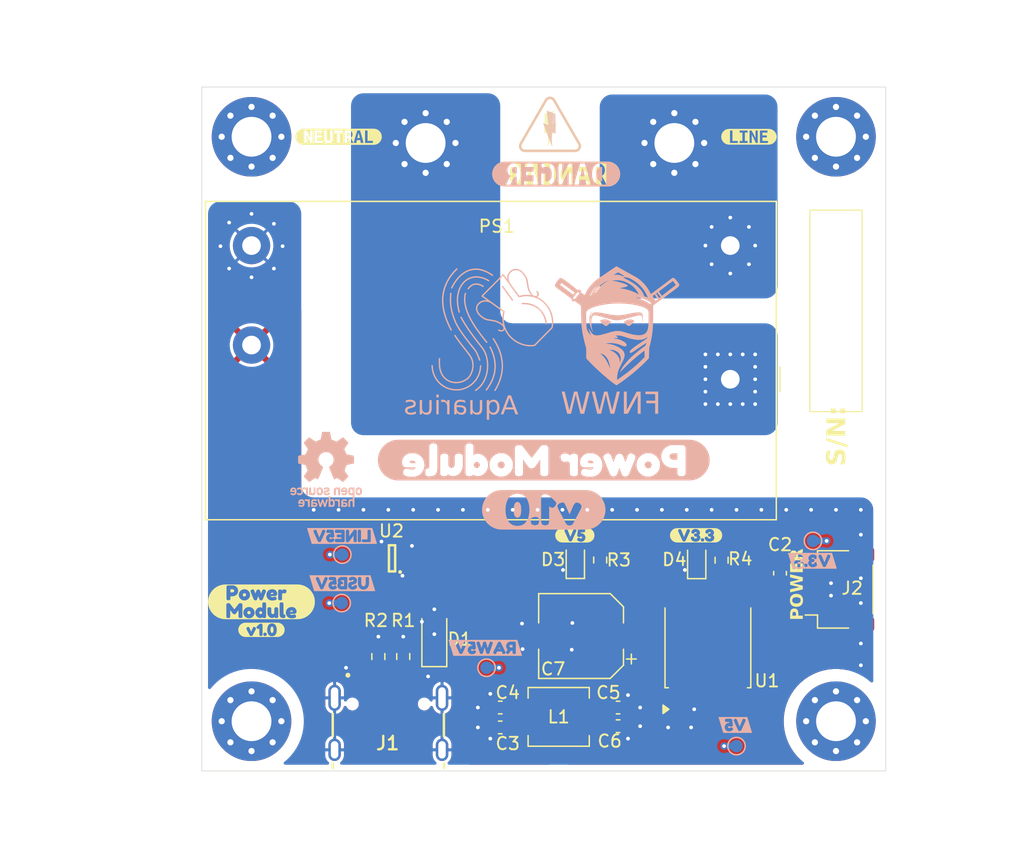
<source format=kicad_pcb>
(kicad_pcb (version 20241229) (generator "pcbnew") (generator_version "9.0")
  (layers (0 "F.Cu" signal) (4 "In1.Cu" signal) (6 "In2.Cu" signal) (2 "B.Cu" signal) (13 "F.Paste" user) (15 "B.Paste" user) (5 "F.SilkS" user "F.Silkscreen") (7 "B.SilkS" user "B.Silkscreen") (1 "F.Mask" user) (3 "B.Mask" user) (25 "Edge.Cuts" user))
  (net 0 "")
  (net 1 "+3.3V")
  (net 2 "GND")
  (net 3 "+5V")
  (net 4 "RAW_5V")
  (net 5 "/CC1")
  (net 6 "/CC2")
  (net 7 "/AC_N")
  (net 8 "/AC_L")
  (net 9 "/V5LED")
  (net 10 "/V3.3LED")
  (net 11 "USB_5V")
  (net 12 "LINE_5V")
  (footprint "kibuzzard-67F465A8" (layer "F.Cu") (at 94 114)
    (property "Reference" "kibuzzard-67F465A8" (hide yes))
    (property "Value" "G***" (hide yes))
  )
  (footprint "kibuzzard-67F86A7A" (layer "F.Cu") (at 80 146.05)
    (property "Reference" "kibuzzard-67F86A7A" (hide yes))
    (property "Value" "G***" (hide yes))
  )
  (footprint "Connector_JST:JST_SH_SM04B-SRSS-TB_1x04-1MP_P1.00mm_Horizontal" (layer "F.Cu") (at 101.3 150.4 90)
    (property "Reference" "J2" (at 0.1 1 180) (layer "F.SilkS"))
    (property "Value" "Power")
    (pad "1" smd roundrect (at -1.5 -2 90) (size 0.6 1.55) (layers "F.Cu" "F.Mask" "F.Paste") (net 3 "+5V"))
    (pad "2" smd roundrect (at -0.5 -2 90) (size 0.6 1.55) (layers "F.Cu" "F.Mask" "F.Paste") (net 2 "GND"))
    (pad "3" smd roundrect (at 0.5 -2 90) (size 0.6 1.55) (layers "F.Cu" "F.Mask" "F.Paste") (net 2 "GND"))
    (pad "4" smd roundrect (at 1.5 -2 90) (size 0.6 1.55) (layers "F.Cu" "F.Mask" "F.Paste") (net 1 "+3.3V"))
    (pad "MP" smd roundrect (at -2.8 1.875 90) (size 1.2 1.8) (layers "F.Cu" "F.Mask" "F.Paste") (roundrect_rratio 0.208333))
    (pad "MP" smd roundrect (at 2.8 1.875 90) (size 1.2 1.8) (layers "F.Cu" "F.Mask" "F.Paste") (roundrect_rratio 0.208333))
  )
  (footprint "CRGM Mechanical:MountingHole_3.2mm_M3_Pad_Via" (layer "F.Cu") (at 54 114)
    (property "Reference" "H6" (hide yes))
    (property "Value" "MountingHole" (hide yes))
    (pad "1" thru_hole circle (at -2.4 0) (size 0.8 0.8) (drill 0.5) (layers "*.Cu" "*.Mask"))
    (pad "1" thru_hole circle (at -1.697056 -1.697056) (size 0.8 0.8) (drill 0.5) (layers "*.Cu" "*.Mask"))
    (pad "1" thru_hole circle (at -1.697056 1.697056) (size 0.8 0.8) (drill 0.5) (layers "*.Cu" "*.Mask"))
    (pad "1" thru_hole circle (at 0 -2.4) (size 0.8 0.8) (drill 0.5) (layers "*.Cu" "*.Mask"))
    (pad "1" thru_hole circle (at 0 0) (size 6.4 6.4) (drill 3.2) (layers "*.Cu" "*.Mask"))
    (pad "1" thru_hole circle (at 0 2.4) (size 0.8 0.8) (drill 0.5) (layers "*.Cu" "*.Mask"))
    (pad "1" thru_hole circle (at 1.697056 -1.697056) (size 0.8 0.8) (drill 0.5) (layers "*.Cu" "*.Mask"))
    (pad "1" thru_hole circle (at 1.697056 1.697056) (size 0.8 0.8) (drill 0.5) (layers "*.Cu" "*.Mask"))
    (pad "1" thru_hole circle (at 2.4 0) (size 0.8 0.8) (drill 0.5) (layers "*.Cu" "*.Mask"))
  )
  (footprint "kibuzzard-67E32962" (layer "F.Cu") (at 54.8 151.4)
    (property "Reference" "kibuzzard-67E32962" (hide yes))
    (property "Value" "G***" (hide yes))
  )
  (footprint "CRGM Symbols:HIGH-VOLTAGE-5MM" (layer "F.Cu") (at 78 113)
    (property "Reference" "S2" (hide yes))
    (property "Value" "~" (hide yes))
  )
  (footprint "CRGM Mechanical:MountingHole_3.2mm_M3_Pad_Via" (layer "F.Cu") (at 68 114.5)
    (property "Reference" "H2" (hide yes))
    (property "Value" "MountingHole_Pad" (hide yes))
    (pad "1" thru_hole circle (at -2.4 0) (size 0.8 0.8) (drill 0.5) (layers "*.Cu" "*.Mask") (net 7 "/AC_N"))
    (pad "1" thru_hole circle (at -1.697056 -1.697056) (size 0.8 0.8) (drill 0.5) (layers "*.Cu" "*.Mask") (net 7 "/AC_N"))
    (pad "1" thru_hole circle (at -1.697056 1.697056) (size 0.8 0.8) (drill 0.5) (layers "*.Cu" "*.Mask") (net 7 "/AC_N"))
    (pad "1" thru_hole circle (at 0 -2.4) (size 0.8 0.8) (drill 0.5) (layers "*.Cu" "*.Mask") (net 7 "/AC_N"))
    (pad "1" thru_hole circle (at 0 0) (size 6.4 6.4) (drill 3.2) (layers "*.Cu" "*.Mask") (net 7 "/AC_N"))
    (pad "1" thru_hole circle (at 0 2.4) (size 0.8 0.8) (drill 0.5) (layers "*.Cu" "*.Mask") (net 7 "/AC_N"))
    (pad "1" thru_hole circle (at 1.697056 -1.697056) (size 0.8 0.8) (drill 0.5) (layers "*.Cu" "*.Mask") (net 7 "/AC_N"))
    (pad "1" thru_hole circle (at 1.697056 1.697056) (size 0.8 0.8) (drill 0.5) (layers "*.Cu" "*.Mask") (net 7 "/AC_N"))
    (pad "1" thru_hole circle (at 2.4 0) (size 0.8 0.8) (drill 0.5) (layers "*.Cu" "*.Mask") (net 7 "/AC_N"))
  )
  (footprint "Resistor_SMD:R_0603_1608Metric" (layer "F.Cu") (at 82.0375 148.0375 90)
    (property "Reference" "R3" (at 0 1.5 180) (layer "F.SilkS"))
    (property "Value" "4.7k")
    (pad "1" smd roundrect (at -0.825 0 90) (size 0.8 0.95) (layers "F.Cu" "F.Mask" "F.Paste") (net 3 "+5V"))
    (pad "2" smd roundrect (at 0.825 0 90) (size 0.8 0.95) (layers "F.Cu" "F.Mask" "F.Paste") (net 9 "/V5LED"))
  )
  (footprint "Capacitor_SMD:C_0603_1608Metric" (layer "F.Cu") (at 83.475 159.9)
    (property "Reference" "C5" (at -0.775 -1.2 0) (layer "F.SilkS"))
    (property "Value" "10uF")
    (pad "1" smd roundrect (at -0.775 0) (size 0.9 0.95) (layers "F.Cu" "F.Mask" "F.Paste") (net 3 "+5V"))
    (pad "2" smd roundrect (at 0.775 0) (size 0.9 0.95) (layers "F.Cu" "F.Mask" "F.Paste") (net 2 "GND"))
  )
  (footprint "Capacitor_SMD:C_0603_1608Metric" (layer "F.Cu") (at 96.5 149.1 -90)
    (property "Reference" "C2" (at -2.3 0 180) (layer "F.SilkS"))
    (property "Value" "22uF")
    (pad "1" smd roundrect (at -0.775 0 270) (size 0.9 0.95) (layers "F.Cu" "F.Mask" "F.Paste") (net 1 "+3.3V"))
    (pad "2" smd roundrect (at 0.775 0 270) (size 0.9 0.95) (layers "F.Cu" "F.Mask" "F.Paste") (net 2 "GND"))
  )
  (footprint "LED_SMD:LED_0603_1608Metric" (layer "F.Cu") (at 80.0375 148.0375 90)
    (property "Reference" "D3" (at 0.0375 -1.7875 180) (layer "F.SilkS"))
    (property "Value" "Green")
    (pad "1" smd roundrect (at -0.7875 0 90) (size 0.875 0.95) (layers "F.Cu" "F.Mask" "F.Paste") (net 2 "GND"))
    (pad "2" smd roundrect (at 0.7875 0 90) (size 0.875 0.95) (layers "F.Cu" "F.Mask" "F.Paste") (net 9 "/V5LED"))
  )
  (footprint "LED_SMD:LED_0603_1608Metric" (layer "F.Cu") (at 89.8 148.05 90)
    (property "Reference" "D4" (at 0.05 -1.8 180) (layer "F.SilkS"))
    (property "Value" "Green")
    (pad "1" smd roundrect (at -0.7875 0 90) (size 0.875 0.95) (layers "F.Cu" "F.Mask" "F.Paste") (net 2 "GND"))
    (pad "2" smd roundrect (at 0.7875 0 90) (size 0.875 0.95) (layers "F.Cu" "F.Mask" "F.Paste") (net 10 "/V3.3LED"))
  )
  (footprint "Converter_ACDC:Converter_ACDC_MeanWell_IRM-10-xx_THT" (layer "F.Cu") (at 92.5 133.5 180)
    (property "Reference" "PS1" (at 18.775 12.3 0) (layer "F.SilkS"))
    (property "Value" "IRM-10-5")
    (pad "1" thru_hole rect (at 0 0 180) (size 3 3) (drill 1.5) (layers "*.Cu" "*.Mask") (net 7 "/AC_N"))
    (pad "2" thru_hole circle (at 0 10.75 180) (size 3 3) (drill 1.5) (layers "*.Cu" "*.Mask") (net 8 "/AC_L"))
    (pad "3" thru_hole circle (at 38.5 10.75 180) (size 3 3) (drill 1.5) (layers "*.Cu" "*.Mask") (net 2 "GND"))
    (pad "4" thru_hole circle (at 38.5 2.75 180) (size 3 3) (drill 1.5) (layers "*.Cu" "*.Mask") (net 12 "LINE_5V"))
  )
  (footprint "Resistor_SMD:R_0603_1608Metric" (layer "F.Cu") (at 66.2 155.8 90)
    (property "Reference" "R1" (at 2.9 0 180) (layer "F.SilkS"))
    (property "Value" "5.1K")
    (pad "1" smd roundrect (at -0.825 0 90) (size 0.8 0.95) (layers "F.Cu" "F.Mask" "F.Paste") (net 6 "/CC2"))
    (pad "2" smd roundrect (at 0.825 0 90) (size 0.8 0.95) (layers "F.Cu" "F.Mask" "F.Paste") (net 2 "GND"))
  )
  (footprint "Resistor_SMD:R_0603_1608Metric" (layer "F.Cu") (at 64.2 155.8 90)
    (property "Reference" "R2" (at 2.9 -0.2 180) (layer "F.SilkS"))
    (property "Value" "5.1K")
    (pad "1" smd roundrect (at -0.825 0 90) (size 0.8 0.95) (layers "F.Cu" "F.Mask" "F.Paste") (net 5 "/CC1"))
    (pad "2" smd roundrect (at 0.825 0 90) (size 0.8 0.95) (layers "F.Cu" "F.Mask" "F.Paste") (net 2 "GND"))
  )
  (footprint "kibuzzard-67E31E9F" (layer "F.Cu") (at 54.8 153.65)
    (property "Reference" "kibuzzard-67E31E9F" (hide yes))
    (property "Value" "G***" (hide yes))
  )
  (footprint "kibuzzard-67F86A71" (layer "F.Cu") (at 89.75 146.05)
    (property "Reference" "kibuzzard-67F86A71" (hide yes))
    (property "Value" "G***" (hide yes))
  )
  (footprint "CRGM Power:SOTFL50P160X60-8N" (layer "F.Cu") (at 65.3 147.9 180)
    (property "Reference" "U2" (at 0.05 2.2 0) (layer "F.SilkS"))
    (property "Value" "LM66200DRLR" (hide yes))
    (pad "1" smd rect (at -0.838 -0.75 270) (size 0.3 0.475) (layers "F.Cu" "F.Mask" "F.Paste") (net 2 "GND"))
    (pad "2" smd rect (at -0.838 -0.25 270) (size 0.3 0.475) (layers "F.Cu" "F.Mask" "F.Paste") (net 4 "RAW_5V"))
    (pad "3" smd rect (at -0.838 0.25 270) (size 0.3 0.475) (layers "F.Cu" "F.Mask" "F.Paste") (net 11 "USB_5V"))
    (pad "4" smd rect (at -0.838 0.75 270) (size 0.3 0.475) (layers "F.Cu" "F.Mask" "F.Paste") (net 2 "GND"))
    (pad "5" smd rect (at 0.838 0.75 270) (size 0.3 0.475) (layers "F.Cu" "F.Mask" "F.Paste") (net 2 "GND"))
    (pad "6" smd rect (at 0.838 0.25 270) (size 0.3 0.475) (layers "F.Cu" "F.Mask" "F.Paste") (net 12 "LINE_5V"))
    (pad "7" smd rect (at 0.838 -0.25 270) (size 0.3 0.475) (layers "F.Cu" "F.Mask" "F.Paste") (net 4 "RAW_5V"))
    (pad "8" smd rect (at 0.838 -0.75 270) (size 0.3 0.475) (layers "F.Cu" "F.Mask" "F.Paste"))
  )
  (footprint "kibuzzard-67E1D06C" (layer "F.Cu") (at 78.5 117)
    (property "Reference" "kibuzzard-67E1D06C" (hide yes))
    (property "Value" "G***" (hide yes))
  )
  (footprint "CRGM Mechanical:MountingHole_3.2mm_M3_Pad_Via" (layer "F.Cu") (at 54 161)
    (property "Reference" "H3" (hide yes))
    (property "Value" "MountingHole" (hide yes))
    (pad "1" thru_hole circle (at -2.4 0) (size 0.8 0.8) (drill 0.5) (layers "*.Cu" "*.Mask"))
    (pad "1" thru_hole circle (at -1.697056 -1.697056) (size 0.8 0.8) (drill 0.5) (layers "*.Cu" "*.Mask"))
    (pad "1" thru_hole circle (at -1.697056 1.697056) (size 0.8 0.8) (drill 0.5) (layers "*.Cu" "*.Mask"))
    (pad "1" thru_hole circle (at 0 -2.4) (size 0.8 0.8) (drill 0.5) (layers "*.Cu" "*.Mask"))
    (pad "1" thru_hole circle (at 0 0) (size 6.4 6.4) (drill 3.2) (layers "*.Cu" "*.Mask"))
    (pad "1" thru_hole circle (at 0 2.4) (size 0.8 0.8) (drill 0.5) (layers "*.Cu" "*.Mask"))
    (pad "1" thru_hole circle (at 1.697056 -1.697056) (size 0.8 0.8) (drill 0.5) (layers "*.Cu" "*.Mask"))
    (pad "1" thru_hole circle (at 1.697056 1.697056) (size 0.8 0.8) (drill 0.5) (layers "*.Cu" "*.Mask"))
    (pad "1" thru_hole circle (at 2.4 0) (size 0.8 0.8) (drill 0.5) (layers "*.Cu" "*.Mask"))
  )
  (footprint "Capacitor_SMD:CP_Elec_6.3x7.7" (layer "F.Cu") (at 80.5 154.15 180)
    (property "Reference" "C7" (at 2.25 -2.65 0) (layer "F.SilkS"))
    (property "Value" "100uF")
    (pad "1" smd roundrect (at -2.7 0 180) (size 3.5 1.6) (layers "F.Cu" "F.Mask" "F.Paste") (roundrect_rratio 0.15625) (net 3 "+5V"))
    (pad "2" smd roundrect (at 2.7 0 180) (size 3.5 1.6) (layers "F.Cu" "F.Mask" "F.Paste") (roundrect_rratio 0.15625) (net 2 "GND"))
  )
  (footprint "kibuzzard-68084394" (layer "F.Cu") (at 61 114)
    (property "Reference" "kibuzzard-68084394" (hide yes))
    (property "Value" "G***" (hide yes))
  )
  (footprint "Diode_SMD:D_SOD-123F" (layer "F.Cu") (at 68.7 154.4 90)
    (property "Reference" "D1" (at 0 2.05 180) (layer "F.SilkS"))
    (property "Value" "SMF6V5A")
    (pad "1" smd roundrect (at -1.4 0 90) (size 1.1 1.1) (layers "F.Cu" "F.Mask" "F.Paste") (roundrect_rratio 0.2272727273) (net 11 "USB_5V"))
    (pad "2" smd roundrect (at 1.4 0 90) (size 1.1 1.1) (layers "F.Cu" "F.Mask" "F.Paste") (roundrect_rratio 0.2272727273) (net 2 "GND"))
  )
  (footprint "Capacitor_SMD:C_0603_1608Metric" (layer "F.Cu") (at 83.475 161.4)
    (property "Reference" "C6" (at -0.675 1.2 0) (layer "F.SilkS"))
    (property "Value" "10uF")
    (pad "1" smd roundrect (at -0.775 0) (size 0.9 0.95) (layers "F.Cu" "F.Mask" "F.Paste") (net 3 "+5V"))
    (pad "2" smd roundrect (at 0.775 0) (size 0.9 0.95) (layers "F.Cu" "F.Mask" "F.Paste") (net 2 "GND"))
  )
  (footprint "CRGM Mechanical:MountingHole_3.2mm_M3_Pad_Via" (layer "F.Cu") (at 101 114)
    (property "Reference" "H5" (hide yes))
    (property "Value" "MountingHole" (hide yes))
    (pad "1" thru_hole circle (at -2.4 0) (size 0.8 0.8) (drill 0.5) (layers "*.Cu" "*.Mask"))
    (pad "1" thru_hole circle (at -1.697056 -1.697056) (size 0.8 0.8) (drill 0.5) (layers "*.Cu" "*.Mask"))
    (pad "1" thru_hole circle (at -1.697056 1.697056) (size 0.8 0.8) (drill 0.5) (layers "*.Cu" "*.Mask"))
    (pad "1" thru_hole circle (at 0 -2.4) (size 0.8 0.8) (drill 0.5) (layers "*.Cu" "*.Mask"))
    (pad "1" thru_hole circle (at 0 0) (size 6.4 6.4) (drill 3.2) (layers "*.Cu" "*.Mask"))
    (pad "1" thru_hole circle (at 0 2.4) (size 0.8 0.8) (drill 0.5) (layers "*.Cu" "*.Mask"))
    (pad "1" thru_hole circle (at 1.697056 -1.697056) (size 0.8 0.8) (drill 0.5) (layers "*.Cu" "*.Mask"))
    (pad "1" thru_hole circle (at 1.697056 1.697056) (size 0.8 0.8) (drill 0.5) (layers "*.Cu" "*.Mask"))
    (pad "1" thru_hole circle (at 2.4 0) (size 0.8 0.8) (drill 0.5) (layers "*.Cu" "*.Mask"))
  )
  (footprint "Capacitor_SMD:C_0603_1608Metric" (layer "F.Cu") (at 74 159.9 180)
    (property "Reference" "C4" (at -0.6 1.2 180) (layer "F.SilkS"))
    (property "Value" "10uF")
    (pad "1" smd roundrect (at -0.775 0 180) (size 0.9 0.95) (layers "F.Cu" "F.Mask" "F.Paste") (net 4 "RAW_5V"))
    (pad "2" smd roundrect (at 0.775 0 180) (size 0.9 0.95) (layers "F.Cu" "F.Mask" "F.Paste") (net 2 "GND"))
  )
  (footprint "Resistor_SMD:R_0603_1608Metric" (layer "F.Cu") (at 91.8 148.05 90)
    (property "Reference" "R4" (at 0.1 1.5 180) (layer "F.SilkS"))
    (property "Value" "1k")
    (pad "1" smd roundrect (at -0.825 0 90) (size 0.8 0.95) (layers "F.Cu" "F.Mask" "F.Paste") (net 1 "+3.3V"))
    (pad "2" smd roundrect (at 0.825 0 90) (size 0.8 0.95) (layers "F.Cu" "F.Mask" "F.Paste") (net 10 "/V3.3LED"))
  )
  (footprint "Package_TO_SOT_SMD:TO-252-2" (layer "F.Cu") (at 90.7 155 90)
    (property "Reference" "U1" (at -2.75 4.75 180) (layer "F.SilkS"))
    (property "Value" "AZ1084-3.3")
    (pad "1" smd roundrect (at -5.04 -2.28 90) (size 2.2 1.2) (layers "F.Cu" "F.Mask" "F.Paste") (roundrect_rratio 0.208333) (net 2 "GND"))
    (pad "2" smd roundrect (at -0.415 -1.525 90) (size 3.05 2.75) (layers "F.Cu" "F.Paste") (roundrect_rratio 0.090909) (net 1 "+3.3V"))
    (pad "2" smd roundrect (at -0.415 1.525 90) (size 3.05 2.75) (layers "F.Cu" "F.Paste") (roundrect_rratio 0.090909) (net 1 "+3.3V"))
    (pad "2" smd roundrect (at 1.26 0 90) (size 6.4 5.8) (layers "F.Cu" "F.Mask") (roundrect_rratio 0.043103) (net 1 "+3.3V"))
    (pad "2" smd roundrect (at 2.935 -1.525 90) (size 3.05 2.75) (layers "F.Cu" "F.Paste") (roundrect_rratio 0.090909) (net 1 "+3.3V"))
    (pad "2" smd roundrect (at 2.935 1.525 90) (size 3.05 2.75) (layers "F.Cu" "F.Paste") (roundrect_rratio 0.090909) (net 1 "+3.3V"))
    (pad "3" smd roundrect (at -5.04 2.28 90) (size 2.2 1.2) (layers "F.Cu" "F.Mask" "F.Paste") (roundrect_rratio 0.208333) (net 3 "+5V"))
  )
  (footprint "Capacitor_SMD:C_0603_1608Metric" (layer "F.Cu") (at 74 161.5 180)
    (property "Reference" "C3" (at -0.6 -1.3 180) (layer "F.SilkS"))
    (property "Value" "10uF")
    (pad "1" smd roundrect (at -0.775 0 180) (size 0.9 0.95) (layers "F.Cu" "F.Mask" "F.Paste") (net 4 "RAW_5V"))
    (pad "2" smd roundrect (at 0.775 0 180) (size 0.9 0.95) (layers "F.Cu" "F.Mask" "F.Paste") (net 2 "GND"))
  )
  (footprint "Inductor_SMD:L_Sunlord_MWSA0402S" (layer "F.Cu") (at 78.7 160.65)
    (property "Reference" "L1" (at 0 0 180) (layer "F.SilkS"))
    (property "Value" "2.2u")
    (pad "1" smd roundrect (at -1.85 0) (size 1.5 2.5) (layers "F.Cu" "F.Mask" "F.Paste") (roundrect_rratio 0.166667) (net 4 "RAW_5V"))
    (pad "2" smd roundrect (at 1.85 0) (size 1.5 2.5) (layers "F.Cu" "F.Mask" "F.Paste") (roundrect_rratio 0.166667) (net 3 "+5V"))
  )
  (footprint "CRGM Connector:GCT_USB4105-GF-A" (layer "F.Cu") (at 65 163.3)
    (property "Reference" "J1" (at -1.1 0.1 0) (layer "F.SilkS") (effects (font (size 1.0795 1.0795) (thickness 0.1905)) (justify left bottom)))
    (property "Value" "USB_C_PowerOnly_6P")
    (pad "" np_thru_hole circle (at -2.89 -3.68) (size 0.65 0.65) (drill 0.65) (layers "*.Cu" "*.Mask"))
    (pad "" np_thru_hole circle (at 2.89 -3.68) (size 0.65 0.65) (drill 0.65) (layers "*.Cu" "*.Mask"))
    (pad "A1_B12" smd rect (at -3.2 -4.755) (size 0.55 1.1) (layers "F.Cu" "F.Paste") (net 2 "GND"))
    (pad "A4_B9" smd rect (at -2.4 -4.755) (size 0.6 1.15) (layers "F.Cu" "F.Paste") (net 11 "USB_5V"))
    (pad "A5" smd rect (at -1.25 -4.755) (size 0.3 1.15) (layers "F.Cu" "F.Paste") (net 5 "/CC1"))
    (pad "A6" smd rect (at -0.25 -4.755) (size 0.3 1.15) (layers "F.Cu" "F.Paste"))
    (pad "A7" smd rect (at 0.25 -4.755) (size 0.3 1.15) (layers "F.Cu" "F.Paste"))
    (pad "A8" smd rect (at 1.25 -4.755) (size 0.3 1.15) (layers "F.Cu" "F.Paste"))
    (pad "B1_A12" smd rect (at 3.2 -4.755) (size 0.55 1.1) (layers "F.Cu" "F.Paste") (net 2 "GND"))
    (pad "B4_A9" smd rect (at 2.4 -4.755) (size 0.6 1.15) (layers "F.Cu" "F.Paste") (net 11 "USB_5V"))
    (pad "B5" smd rect (at 1.75 -4.755) (size 0.3 1.15) (layers "F.Cu" "F.Paste") (net 6 "/CC2"))
    (pad "B6" smd rect (at 0.75 -4.755) (size 0.3 1.15) (layers "F.Cu" "F.Paste"))
    (pad "B7" smd rect (at -0.75 -4.755) (size 0.3 1.15) (layers "F.Cu" "F.Paste"))
    (pad "B8" smd rect (at -1.75 -4.755) (size 0.3 1.15) (layers "F.Cu" "F.Paste"))
    (pad "S1" thru_hole oval (at -4.32 -4.18) (size 1 2.1) (drill oval 0.6 1.7) (property pad_prop_heatsink) (layers "*.Cu" "*.Mask" "F.Paste") (net 2 "GND"))
    (pad "S1" thru_hole oval (at -4.32 0) (size 1 1.8) (drill oval 0.6 1.4) (property pad_prop_heatsink) (layers "*.Cu" "*.Mask" "F.Paste") (net 2 "GND"))
    (pad "S1" thru_hole oval (at 4.32 -4.18) (size 1 2.1) (drill oval 0.6 1.7) (property pad_prop_heatsink) (layers "*.Cu" "*.Mask" "F.Paste") (net 2 "GND"))
    (pad "S1" thru_hole oval (at 4.32 0) (size 1 1.8) (drill oval 0.6 1.4) (property pad_prop_heatsink) (layers "*.Cu" "*.Mask" "F.Paste") (net 2 "GND"))
  )
  (footprint "CRGM Mechanical:MountingHole_3.2mm_M3_Pad_Via" (layer "F.Cu") (at 101 161)
    (property "Reference" "H4" (hide yes))
    (property "Value" "MountingHole" (hide yes))
    (pad "1" thru_hole circle (at -2.4 0) (size 0.8 0.8) (drill 0.5) (layers "*.Cu" "*.Mask"))
    (pad "1" thru_hole circle (at -1.697056 -1.697056) (size 0.8 0.8) (drill 0.5) (layers "*.Cu" "*.Mask"))
    (pad "1" thru_hole circle (at -1.697056 1.697056) (size 0.8 0.8) (drill 0.5) (layers "*.Cu" "*.Mask"))
    (pad "1" thru_hole circle (at 0 -2.4) (size 0.8 0.8) (drill 0.5) (layers "*.Cu" "*.Mask"))
    (pad "1" thru_hole circle (at 0 0) (size 6.4 6.4) (drill 3.2) (layers "*.Cu" "*.Mask"))
    (pad "1" thru_hole circle (at 0 2.4) (size 0.8 0.8) (drill 0.5) (layers "*.Cu" "*.Mask"))
    (pad "1" thru_hole circle (at 1.697056 -1.697056) (size 0.8 0.8) (drill 0.5) (layers "*.Cu" "*.Mask"))
    (pad "1" thru_hole circle (at 1.697056 1.697056) (size 0.8 0.8) (drill 0.5) (layers "*.Cu" "*.Mask"))
    (pad "1" thru_hole circle (at 2.4 0) (size 0.8 0.8) (drill 0.5) (layers "*.Cu" "*.Mask"))
  )
  (footprint "CRGM Mechanical:MountingHole_3.2mm_M3_Pad_Via" (layer "F.Cu") (at 88 114.5)
    (property "Reference" "H1" (hide yes))
    (property "Value" "MountingHole_Pad" (hide yes))
    (pad "1" thru_hole circle (at -2.4 0) (size 0.8 0.8) (drill 0.5) (layers "*.Cu" "*.Mask") (net 8 "/AC_L"))
    (pad "1" thru_hole circle (at -1.697056 -1.697056) (size 0.8 0.8) (drill 0.5) (layers "*.Cu" "*.Mask") (net 8 "/AC_L"))
    (pad "1" thru_hole circle (at -1.697056 1.697056) (size 0.8 0.8) (drill 0.5) (layers "*.Cu" "*.Mask") (net 8 "/AC_L"))
    (pad "1" thru_hole circle (at 0 -2.4) (size 0.8 0.8) (drill 0.5) (layers "*.Cu" "*.Mask") (net 8 "/AC_L"))
    (pad "1" thru_hole circle (at 0 0) (size 6.4 6.4) (drill 3.2) (layers "*.Cu" "*.Mask") (net 8 "/AC_L"))
    (pad "1" thru_hole circle (at 0 2.4) (size 0.8 0.8) (drill 0.5) (layers "*.Cu" "*.Mask") (net 8 "/AC_L"))
    (pad "1" thru_hole circle (at 1.697056 -1.697056) (size 0.8 0.8) (drill 0.5) (layers "*.Cu" "*.Mask") (net 8 "/AC_L"))
    (pad "1" thru_hole circle (at 1.697056 1.697056) (size 0.8 0.8) (drill 0.5) (layers "*.Cu" "*.Mask") (net 8 "/AC_L"))
    (pad "1" thru_hole circle (at 2.4 0) (size 0.8 0.8) (drill 0.5) (layers "*.Cu" "*.Mask") (net 8 "/AC_L"))
  )
  (footprint "CRGM Symbols:HIGH-VOLTAGE-5MM" (layer "B.Cu") (at 78 113 180)
    (property "Reference" "S1" (hide yes))
    (property "Value" "~" (hide yes))
  )
  (footprint "TestPoint:TestPoint_Pad_D1.0mm" (layer "B.Cu") (at 93 163 180)
    (property "Reference" "TP1" (hide yes))
    (property "Value" "V5")
    (pad "1" smd circle (at 0 0 180) (size 1 1) (layers "B.Cu" "B.Mask") (net 3 "+5V"))
  )
  (footprint "TestPoint:TestPoint_Pad_D1.0mm" (layer "B.Cu") (at 61.3 147.6 180)
    (property "Reference" "TP4" (hide yes))
    (property "Value" "LINE_5V")
    (pad "1" smd circle (at 0 0 180) (size 1 1) (layers "B.Cu" "B.Mask") (net 12 "LINE_5V"))
  )
  (footprint "kibuzzard-68104292" (layer "B.Cu") (at 92.9 161.3 180)
    (property "Reference" "kibuzzard-68104292" (hide yes))
    (property "Value" "G***" (hide yes))
  )
  (footprint "kibuzzard-68104254" (layer "B.Cu") (at 61.3 149.9 180)
    (property "Reference" "kibuzzard-68104254" (hide yes))
    (property "Value" "G***" (hide yes))
  )
  (footprint "kibuzzard-6810427B" (layer "B.Cu") (at 99.1 148.1 180)
    (property "Reference" "kibuzzard-6810427B" (hide yes))
    (property "Value" "G***" (hide yes))
  )
  (footprint "CRGM Logos:Aquarius Logo 10mm" (layer "B.Cu") (at 73.009237 134.678321 180)
    (property "Reference" "LOGO3" (hide yes))
    (property "Value" "~" (hide yes))
  )
  (footprint "kibuzzard-67F873C9" (layer "B.Cu") (at 77.5 140 180)
    (property "Reference" "kibuzzard-67F873C9" (hide yes))
    (property "Value" "G***" (hide yes))
  )
  (footprint "kibuzzard-6810421E" (layer "B.Cu") (at 61.275 146.1 180)
    (property "Reference" "kibuzzard-6810421E" (hide yes))
    (property "Value" "G***" (hide yes))
  )
  (footprint "kibuzzard-67F873E4" (layer "B.Cu") (at 77.5 144 180)
    (property "Reference" "kibuzzard-67F873E4" (hide yes))
    (property "Value" "G***" (hide yes))
  )
  (footprint "TestPoint:TestPoint_Pad_D1.0mm" (layer "B.Cu") (at 99.15 146.5 180)
    (property "Reference" "TP3" (hide yes))
    (property "Value" "V33")
    (pad "1" smd circle (at 0 0 180) (size 1 1) (layers "B.Cu" "B.Mask") (net 1 "+3.3V"))
  )
  (footprint "CRGM Logos:FNWW Face 10mm" (layer "B.Cu") (at 83.345777 134.240219 180)
    (property "Reference" "LOGO1" (hide yes))
    (property "Value" "~" (hide yes))
  )
  (footprint "kibuzzard-67E1D06C" (layer "B.Cu") (at 78.5 117 180)
    (property "Reference" "kibuzzard-67E1D06C" (hide yes))
    (property "Value" "G***" (hide yes))
  )
  (footprint "TestPoint:TestPoint_Pad_D1.0mm" (layer "B.Cu") (at 72.9 156.7 180)
    (property "Reference" "TP2" (hide yes))
    (property "Value" "RAW_5V")
    (pad "1" smd circle (at 0 0 180) (size 1 1) (layers "B.Cu" "B.Mask") (net 4 "RAW_5V"))
  )
  (footprint "TestPoint:TestPoint_Pad_D1.0mm" (layer "B.Cu") (at 61.25 151.5 180)
    (property "Reference" "TP5" (hide yes))
    (property "Value" "USB_5V")
    (pad "1" smd circle (at 0 0 180) (size 1 1) (layers "B.Cu" "B.Mask") (net 11 "USB_5V"))
  )
  (footprint "kibuzzard-6810424A" (layer "B.Cu") (at 72.8 155.1 180)
    (property "Reference" "kibuzzard-6810424A" (hide yes))
    (property "Value" "G***" (hide yes))
  )
  (footprint "Symbol:OSHW-Logo_5.7x6mm_SilkScreen" (layer "B.Cu") (at 60 140.75 180)
    (property "Reference" "LOGO2" (hide yes))
    (property "Value" "Logo_Open_Hardware_Small" (hide yes))
  )
  (gr_rect (start 98.9 119.9) (end 103.1 136.1) (stroke (width 0.1)) (fill no) (layer "F.SilkS"))
  (gr_rect (start 50 110) (end 105 165) (stroke (width 0.05)) (fill no) (layer "Edge.Cuts"))
  (gr_text "POWER" (at 98.5 152.9 90) (layer "F.SilkS") (effects (font (size 1 1) (thickness 0.1)) (justify left bottom)))
  (gr_text "S/N:" (at 102 140.5 90) (layer "F.SilkS") (effects (font (size 1.5 1.5) (thickness 0.3) (bold yes)) (justify left bottom)))
  (gr_text "FNWW" (at 82.9 135.55 0) (layer "B.SilkS") (effects (font (size 1.75 1.75) (thickness 0.1)) (justify mirror)))
  (gr_text "Aquarius" (at 70.85 135.7 0) (layer "B.SilkS") (effects (font (size 1.5 1.5) (thickness 0.21875)) (justify mirror)))
  (via (at 100.25 146.5) (size 0.6) (drill 0.3) (layers "F.Cu" "B.Cu") (net 1))
  (segment (start 99.15 146.5) (end 100.25 146.5) (width 0.5) (layer "B.Cu") (net 1))
  (segment (start 73.225 159.9) (end 73.225 158.825) (width 0.5) (layer "F.Cu") (net 2))
  (segment (start 73.225 161.5) (end 73.225 162.375) (width 0.5) (layer "F.Cu") (net 2))
  (segment (start 61.8 158.61) (end 61.8 156.9) (width 0.5) (layer "F.Cu") (net 2))
  (segment (start 88.42 160.04) (end 88.42 160.57) (width 0.5) (layer "F.Cu") (net 2))
  (segment (start 88.42 160.58) (end 87.5 161.5) (width 0.5) (layer "F.Cu") (net 2))
  (segment (start 66.2 154.975) (end 66.2 154.2) (width 0.5) (layer "F.Cu") (net 2))
  (segment (start 84.25 159.9) (end 84.25 161.4) (width 0.5) (layer "F.Cu") (net 2))
  (segment (start 73.225 159.9) (end 73.225 161.5) (width 0.5) (layer "F.Cu") (net 2))
  (segment (start 85.275 159.9) (end 85.25 159.9) (width 0.5) (layer "F.Cu") (net 2))
  (segment (start 96.525 149.9) (end 96.5 149.875) (width 0.5) (layer "F.Cu") (net 2))
  (segment (start 84.25 161.4) (end 85.275 161.4) (width 0.5) (layer "F.Cu") (net 2))
  (segment (start 77.8 154.15) (end 76.75 154.15) (width 0.5) (layer "F.Cu") (net 2))
  (segment (start 73.225 159.9) (end 72.2 159.9) (width 0.5) (layer "F.Cu") (net 2))
  (segment (start 80.025 148.8375) (end 80.0375 148.825) (width 0.5) (layer "F.Cu") (net 2))
  (segment (start 77.8 154.15) (end 78.65 154.15) (width 0.5) (layer "F.Cu") (net 2))
  (segment (start 66.65 147.15) (end 66.9 146.9) (width 0.3) (layer "F.Cu") (net 2))
  (segment (start 73.225 158.825) (end 73.2 158.8) (width 0.5) (layer "F.Cu") (net 2))
  (segment (start 88.85 148.8375) (end 89.8 148.8375) (width 0.5) (layer "F.Cu") (net 2))
  (segment (start 73.225 162.375) (end 73.2 162.4) (width 0.5) (layer "F.Cu") (net 2))
  (segment (start 68.7 153) (end 68.7 154.1) (width 0.5) (layer "F.Cu") (net 2))
  (segment (start 79.05 148.8375) (end 80.025 148.8375) (width 0.5) (layer "F.Cu") (net 2))
  (segment (start 76.85 154.15) (end 75.8 155.2) (width 0.5) (layer "F.Cu") (net 2))
  (segment (start 64.2 154.975) (end 64.2 154.2) (width 0.5) (layer "F.Cu") (net 2))
  (segment (start 76.75 154.15) (end 75.75 153.15) (width 0.5) (layer "F.Cu") (net 2))
  (segment (start 73.225 161.5) (end 72.2 161.5) (width 0.5) (layer "F.Cu") (net 2))
  (segment (start 64.462 147.15) (end 64.462 146.562) (width 0.3) (layer "F.Cu") (net 2))
  (segment (start 99.3 149.9) (end 96.525 149.9) (width 0.5) (layer "F.Cu") (net 2))
  (segment (start 84.25 159.9) (end 85.275 159.9) (width 0.5) (layer "F.Cu") (net 2))
  (segment (start 66.138 147.15) (end 66.65 147.15) (width 0.3) (layer "F.Cu") (net 2))
  (segment (start 89.6 160.04) (end 88.42 160.04) (width 0.5) (layer "F.Cu") (net 2))
  (segment (start 78.75 154.15) (end 79.8 153.1) (width 0.5) (layer "F.Cu") (net 2))
  (segment (start 68.7 153) (end 68.7 152) (width 0.5) (layer "F.Cu") (net 2))
  (segment (start 67.7 153) (end 68.7 153) (width 0.5) (layer "F.Cu") (net 2))
  (segment (start 78.65 154.15) (end 79.75 155.25) (width 0.5) (layer "F.Cu") (net 2))
  (segment (start 85.275 161.4) (end 85.25 161.4) (width 0.5) (layer "F.Cu") (net 2))
  (segment (start 61.8 156.9) (end 61.6 156.7) (width 0.5) (layer "F.Cu") (net 2))
  (segment (start 77.8 154.15) (end 76.85 154.15) (width 0.5) (layer "F.Cu") (net 2))
  (segment (start 99.3 149.9) (end 100.6 149.9) (width 0.5) (layer "F.Cu") (net 2))
  (segment (start 77.8 154.15) (end 78.75 154.15) (width 0.5) (layer "F.Cu") (net 2))
  (segment (start 66.138 149.3) (end 66.138 148.65) (width 0.3) (layer "F.Cu") (net 2))
  (segment (start 64.462 146.562) (end 64.45 146.55) (width 0.5) (layer "F.Cu") (net 2))
  (segment (start 84.25 161.4) (end 84.25 162.375) (width 0.5) (layer "F.Cu") (net 2))
  (segment (start 99.3 150.9) (end 100.6 150.9) (width 0.5) (layer "F.Cu") (net 2))
  (segment (start 68.2 158.61) (end 68.2 157.4) (width 0.5) (layer "F.Cu") (net 2))
  (segment (start 84.25 159.9) (end 84.25 158.925) (width 0.5) (layer "F.Cu") (net 2))
  (segment (start 88.42 160.57) (end 89.35 161.5) (width 0.5) (layer "F.Cu") (net 2))
  (segment (start 88.42 160.04) (end 88.42 160.58) (width 0.5) (layer "F.Cu") (net 2))
  (segment (start 84.25 162.375) (end 84.275 162.4) (width 0.5) (layer "F.Cu") (net 2))
  (via (at 95 144) (size 0.6) (drill 0.3) (layers "F.Cu" "B.Cu") (net 2))
  (via (at 77 144) (size 0.6) (drill 0.3) (layers "F.Cu" "B.Cu") (net 2))
  (via (at 67.7 153) (size 0.6) (drill 0.3) (layers "F.Cu" "B.Cu") (net 2))
  (via (at 99 144) (size 0.6) (drill 0.3) (layers "F.Cu" "B.Cu") (net 2))
  (via (at 68.2 157.4) (size 0.6) (drill 0.3) (layers "F.Cu" "B.Cu") (net 2))
  (via (at 79.75 155.25) (size 0.6) (drill 0.3) (layers "F.Cu" "B.Cu") (net 2))
  (via (at 73 144) (size 0.6) (drill 0.3) (layers "F.Cu" "B.Cu") (net 2))
  (via (at 63 144) (size 0.6) (drill 0.3) (layers "F.Cu" "B.Cu") (net 2))
  (via (at 65 144) (size 0.6) (drill 0.3) (layers "F.Cu" "B.Cu") (net 2))
  (via (at 83 144) (size 0.6) (drill 0.3) (layers "F.Cu" "B.Cu") (net 2))
  (via (at 88.85 148.8375) (size 0.6) (drill 0.3) (layers "F.Cu" "B.Cu") (net 2))
  (via (at 89.35 161.5) (size 0.6) (drill 0.3) (layers "F.Cu" "B.Cu") (net 2))
  (via (at 66.9 146.9) (size 0.6) (drill 0.3) (layers "F.Cu" "B.Cu") (net 2))
  (via (at 72.2 159.9) (size 0.6) (drill 0.3) (layers "F.Cu" "B.Cu") (net 2))
  (via (at 103 149.5) (size 0.6) (drill 0.3) (layers "F.Cu" "B.Cu") (net 2))
  (via (at 84.275 158.9) (size 0.6) (drill 0.3) (layers "F.Cu" "B.Cu") (net 2))
  (via (at 71 144) (size 0.6) (drill 0.3) (layers "F.Cu" "B.Cu") (net 2))
  (via (at 100.6 149.9) (size 0.6) (drill 0.3) (layers "F.Cu" "B.Cu") (net 2))
  (via (at 103 156.5) (size 0.6) (drill 0.3) (layers "F.Cu" "B.Cu") (net 2))
  (via (at 52.2 120.9) (size 0.6) (drill 0.3) (layers "F.Cu" "B.Cu") (net 2))
  (via (at 68.7 154) (size 0.6) (drill 0.3) (layers "F.Cu" "B.Cu") (net 2))
  (via (at 85 144) (size 0.6) (drill 0.3) (layers "F.Cu" "B.Cu") (net 2))
  (via (at 68.7 152) (size 0.6) (drill 0.3) (layers "F.Cu" "B.Cu") (net 2))
  (via (at 67 144) (size 0.6) (drill 0.3) (layers "F.Cu" "B.Cu") (net 2))
  (via (at 79.05 148.8375) (size 0.6) (drill 0.3) (layers "F.Cu" "B.Cu") (net 2))
  (via (at 103 144) (size 0.6) (drill 0.3) (layers "F.Cu" "B.Cu") (net 2))
  (via (at 89 144) (size 0.6) (drill 0.3) (layers "F.Cu" "B.Cu") (net 2))
  (via (at 89.6 160.04) (size 0.6) (drill 0.3) (layers "F.Cu" "B.Cu") (net 2))
  (via (at 84.275 162.4) (size 0.6) (drill 0.3) (layers "F.Cu" "B.Cu") (net 2))
  (via (at 72.2 161.5) (size 0.6) (drill 0.3) (layers "F.Cu" "B.Cu") (net 2))
  (via (at 64.2 154.2) (size 0.6) (drill 0.3) (layers "F.Cu" "B.Cu") (net 2))
  (via (at 100.6 150.9) (size 0.6) (drill 0.3) (layers "F.Cu" "B.Cu") (net 2))
  (via (at 56.5 122.8) (size 0.6) (drill 0.3) (layers "F.Cu" "B.Cu") (net 2))
  (via (at 61.6 156.7) (size 0.6) (drill 0.3) (layers "F.Cu" "B.Cu") (net 2))
  (via (at 61 144) (size 0.6) (drill 0.3) (layers "F.Cu" "B.Cu") (net 2))
  (via (at 79 144) (size 0.6) (drill 0.3) (layers "F.Cu" "B.Cu") (net 2))
  (via (at 81 144) (size 0.6) (drill 0.3) (layers "F.Cu" "B.Cu") (net 2))
  (via (at 93 144) (size 0.6) (drill 0.3) (layers "F.Cu" "B.Cu") (net 2))
  (via (at 101 144) (size 0.6) (drill 0.3) (layers "F.Cu" "B.Cu") (net 2))
  (via (at 85.25 161.4) (size 0.6) (drill 0.3) (layers "F.Cu" "B.Cu") (net 2))
  (via (at 87.5 161.5) (size 0.6) (drill 0.3) (layers "F.Cu" "B.Cu") (net 2))
  (via (at 54 125.3) (size 0.6) (drill 0.3) (layers "F.Cu" "B.Cu") (net 2))
  (via (at 91 144) (size 0.6) (drill 0.3) (layers "F.Cu" "B.Cu") (net 2))
  (via (at 103 151.5) (size 0.6) (drill 0.3) (layers "F.Cu" "B.Cu") (net 2))
  (via (at 85.25 159.9) (size 0.6) (drill 0.3) (layers "F.Cu" "B.Cu") (net 2))
  (via (at 66.138 149.3) (size 0.6) (drill 0.3) (layers "F.Cu" "B.Cu") (net 2))
  (via (at 55.8 124.6) (size 0.6) (drill 0.3) (layers "F.Cu" "B.Cu") (net 2))
  (via (at 66.2 154.2) (size 0.6) (drill 0.3) (layers "F.Cu" "B.Cu") (net 2))
  (via (at 75 144) (size 0.6) (drill 0.3) (layers "F.Cu" "B.Cu") (net 2))
  (via (at 103 154.75) (size 0.6) (drill 0.3) (layers "F.Cu" "B.Cu") (net 2))
  (via (at 75.75 153.15) (size 0.6) (drill 0.3) (layers "F.Cu" "B.Cu") (net 2))
  (via (at 73.2 162.4) (size 0.6) (drill 0.3) (layers "F.Cu" "B.Cu") (net 2))
  (via (at 64.45 146.55) (size 0.6) (drill 0.3) (layers "F.Cu" "B.Cu") (net 2))
  (via (at 87 144) (size 0.6) (drill 0.3) (layers "F.Cu" "B.Cu") (net 2))
  (via (at 55.8 121) (size 0.6) (drill 0.3) (layers "F.Cu" "B.Cu") (net 2))
  (via (at 59 144) (size 0.6) (drill 0.3) (layers "F.Cu" "B.Cu") (net 2))
  (via (at 54 120.2) (size 0.6) (drill 0.3) (layers "F.Cu" "B.Cu") (net 2))
  (via (at 97 144) (size 0.6) (drill 0.3) (layers "F.Cu" "B.Cu") (net 2))
  (via (at 69 144) (size 0.6) (drill 0.3) (layers "F.Cu" "B.Cu") (net 2))
  (via (at 73.2 158.8) (size 0.6) (drill 0.3) (layers "F.Cu" "B.Cu") (net 2))
  (via (at 51.5 122.8) (size 0.6) (drill 0.3) (layers "F.Cu" "B.Cu") (net 2))
  (via (at 103 146) (size 0.6) (drill 0.3) (layers "F.Cu" "B.Cu") (net 2))
  (via (at 52.2 124.6) (size 0.6) (drill 0.3) (layers "F.Cu" "B.Cu") (net 2))
  (via (at 79.8 153.1) (size 0.6) (drill 0.3) (layers "F.Cu" "B.Cu") (net 2))
  (via (at 75.8 155.2) (size 0.6) (drill 0.3) (layers "F.Cu" "B.Cu") (net 2))
  (via (at 92 163) (size 0.6) (drill 0.3) (layers "F.Cu" "B.Cu") (net 3))
  (segment (start 93 163) (end 92 163) (width 0.5) (layer "B.Cu") (net 3))
  (via (at 73.9 156.7) (size 0.6) (drill 0.3) (layers "F.Cu" "B.Cu") (net 4))
  (segment (start 72.9 156.7) (end 73.9 156.7) (width 0.5) (layer "B.Cu") (net 4))
  (segment (start 63.75 158.545) (end 63.75 157.55) (width 0.1524) (layer "F.Cu") (net 5))
  (segment (start 63.75 157.55) (end 64.2 157.1) (width 0.1524) (layer "F.Cu") (net 5))
  (segment (start 64.2 157.1) (end 64.2 156.625) (width 0.1524) (layer "F.Cu") (net 5))
  (segment (start 66.2 157.1) (end 66.2 156.625) (width 0.1524) (layer "F.Cu") (net 6))
  (segment (start 66.75 158.545) (end 66.75 157.65) (width 0.1524) (layer "F.Cu") (net 6))
  (segment (start 66.75 157.65) (end 66.2 157.1) (width 0.1524) (layer "F.Cu") (net 6))
  (via (at 90.5 131.5) (size 0.6) (drill 0.3) (layers "F.Cu" "B.Cu") (net 7))
  (via (at 92.5 131.5) (size 0.6) (drill 0.3) (layers "F.Cu" "B.Cu") (net 7))
  (via (at 94.5 135.5) (size 0.6) (drill 0.3) (layers "F.Cu" "B.Cu") (net 7))
  (via (at 93.5 131.5) (size 0.6) (drill 0.3) (layers "F.Cu" "B.Cu") (net 7))
  (via (at 92.5 135.5) (size 0.6) (drill 0.3) (layers "F.Cu" "B.Cu") (net 7))
  (via (at 93.5 135.5) (size 0.6) (drill 0.3) (layers "F.Cu" "B.Cu") (net 7))
  (via (at 94.5 134.5) (size 0.6) (drill 0.3) (layers "F.Cu" "B.Cu") (net 7))
  (via (at 94.5 132.5) (size 0.6) (drill 0.3) (layers "F.Cu" "B.Cu") (net 7))
  (via (at 94.5 131.5) (size 0.6) (drill 0.3) (layers "F.Cu" "B.Cu") (net 7))
  (via (at 91.5 131.5) (size 0.6) (drill 0.3) (layers "F.Cu" "B.Cu") (net 7))
  (via (at 90.5 135.5) (size 0.6) (drill 0.3) (layers "F.Cu" "B.Cu") (net 7))
  (via (at 94.5 133.5) (size 0.6) (drill 0.3) (layers "F.Cu" "B.Cu") (net 7))
  (via (at 90.5 133.5) (size 0.6) (drill 0.3) (layers "F.Cu" "B.Cu") (net 7))
  (via (at 90.5 134.5) (size 0.6) (drill 0.3) (layers "F.Cu" "B.Cu") (net 7))
  (via (at 90.5 132.5) (size 0.6) (drill 0.3) (layers "F.Cu" "B.Cu") (net 7))
  (via (at 91.5 135.5) (size 0.6) (drill 0.3) (layers "F.Cu" "B.Cu") (net 7))
  (via (at 94.5 122.75) (size 0.6) (drill 0.3) (layers "F.Cu" "B.Cu") (net 8))
  (via (at 91 121.25) (size 0.6) (drill 0.3) (layers "F.Cu" "B.Cu") (net 8))
  (via (at 94 124.25) (size 0.6) (drill 0.3) (layers "F.Cu" "B.Cu") (net 8))
  (via (at 92.5 120.5) (size 0.6) (drill 0.3) (layers "F.Cu" "B.Cu") (net 8))
  (via (at 90.5 122.75) (size 0.6) (drill 0.3) (layers "F.Cu" "B.Cu") (net 8))
  (via (at 94 121.25) (size 0.6) (drill 0.3) (layers "F.Cu" "B.Cu") (net 8))
  (via (at 91 124.25) (size 0.6) (drill 0.3) (layers "F.Cu" "B.Cu") (net 8))
  (via (at 92.5 125) (size 0.6) (drill 0.3) (layers "F.Cu" "B.Cu") (net 8))
  (segment (start 80.0375 147.25) (end 82 147.25) (width 0.5) (layer "F.Cu") (net 9))
  (segment (start 82 147.25) (end 82.0375 147.2125) (width 0.5) (layer "F.Cu") (net 9))
  (segment (start 91.7625 147.2625) (end 91.8 147.225) (width 0.5) (layer "F.Cu") (net 10))
  (segment (start 89.8 147.2625) (end 91.7625 147.2625) (width 0.5) (layer "F.Cu") (net 10))
  (segment (start 67.4 159.1) (end 66.6 159.9) (width 0.3) (layer "F.Cu") (net 11))
  (segment (start 62.6 158.61) (end 62.6 157.6286) (width 0.508) (layer "F.Cu") (net 11))
  (segment (start 67.4 158.61) (end 67.4 157.6286) (width 0.508) (layer "F.Cu") (net 11))
  (segment (start 62.6 158.545) (end 62.6 159.1) (width 0.3) (layer "F.Cu") (net 11))
  (segment (start 67.4 158.545) (end 67.4 159.1) (width 0.3) (layer "F.Cu") (net 11))
  (segment (start 62.6 159.1) (end 63.4 159.9) (width 0.3) (layer "F.Cu") (net 11))
  (via (at 60.25 151.5) (size 0.6) (drill 0.3) (layers "F.Cu" "B.Cu") (net 11))
  (segment (start 61.25 151.5) (end 60.25 151.5) (width 0.5) (layer "B.Cu") (net 11))
  (via (at 60.3 147.6) (size 0.6) (drill 0.3) (layers "F.Cu" "B.Cu") (net 12))
  (segment (start 61.3 147.6) (end 60.3 147.6) (width 0.5) (layer "B.Cu") (net 12))
  (zone (net 12) (net_name "LINE_5V") (layer "F.Cu") (priority 1) (connect_pads (clearance 0.25)) (min_thickness 0.25) (fill yes (thermal_gap 0.5) (thermal_bridge_width 0.5) (smoothing fillet) (radius 1))
    (polygon (pts (xy 58 127) (xy 58 145.2) (xy 63.9 145.2) (xy 63.9 149.8) (xy 50.5 149.8) (xy 50.5 127)))
  )
  (zone (net 11) (net_name "USB_5V") (layer "F.Cu") (connect_pads yes (clearance 0.1)) (min_thickness 0.1) (fill yes (thermal_gap 0.25) (thermal_bridge_width 0.25))
    (polygon (pts (xy 65.8 147.8) (xy 66.5 147.8) (xy 67.05 148.2) (xy 67.05 147.5) (xy 65.8 147.5)))
  )
  (zone (net 3) (net_name "+5V") (layer "F.Cu") (priority 4) (connect_pads (clearance 0.25)) (min_thickness 0.25) (fill yes (thermal_gap 0.25) (thermal_bridge_width 0.25) (smoothing fillet) (radius 1))
    (polygon (pts (xy 95.45 158.2) (xy 95.45 150.15) (xy 101.95 150.15) (xy 101.95 164.6) (xy 78.9 164.6) (xy 78.9 156.8) (xy 76.1 156.8) (xy 76.1 145.4) (xy 86.15 145.4) (xy 86.2 152.25) (xy 86.2 158.2)))
  )
  (zone (net 4) (net_name "RAW_5V") (layer "F.Cu") (priority 5) (connect_pads (clearance 0.25)) (min_thickness 0.25) (fill yes (thermal_gap 0.25) (thermal_bridge_width 0.25) (smoothing fillet) (radius 1))
    (polygon (pts (xy 68.5 145.15) (xy 75 145.15) (xy 75 157.5) (xy 78.5 157.5) (xy 78.5 164.6) (xy 71 164.6) (xy 71 146.4) (xy 68.5 146.4)))
  )
  (zone (net 11) (net_name "USB_5V") (layer "F.Cu") (connect_pads yes (clearance 0.1)) (min_thickness 0.1) (fill yes (thermal_gap 0.25) (thermal_bridge_width 0.25))
    (polygon (pts (xy 66.75 151) (xy 66.75 147.8) (xy 66.75 147.5) (xy 70.5 147.5) (xy 70.5 151)))
  )
  (zone (net 11) (net_name "USB_5V") (layer "F.Cu") (connect_pads (clearance 0.25)) (min_thickness 0.25) (fill yes (thermal_gap 0.25) (thermal_bridge_width 0.25) (smoothing fillet) (radius 1))
    (polygon (pts (xy 59.2 150.271882) (xy 66.5 150.25) (xy 66.75 150) (xy 66.75 149.75) (xy 70.5 149.75) (xy 70.5 161.026903) (xy 59.2 161.091699)))
  )
  (zone (net 4) (net_name "RAW_5V") (layer "F.Cu") (connect_pads yes (clearance 0.1)) (min_thickness 0.1) (fill yes (thermal_gap 0.1) (thermal_bridge_width 0.1))
    (polygon (pts (xy 64.1 148.3) (xy 64.1 148) (xy 65 148) (xy 65 145.15) (xy 69 145.15) (xy 69 146.4) (xy 65.6 146.4) (xy 65.6 148) (xy 66.5 148) (xy 66.5 148.3)))
  )
  (zone (net 12) (net_name "LINE_5V") (layer "F.Cu") (connect_pads yes (clearance 0.1)) (min_thickness 0.1) (fill yes (thermal_gap 0.25) (thermal_bridge_width 0.25))
    (polygon (pts (xy 64.8 147.5) (xy 64.1 147.5) (xy 63.55 147.05) (xy 63.55 148.2) (xy 64.1 147.8) (xy 64.8 147.8)))
  )
  (zone (net 1) (net_name "+3.3V") (layer "F.Cu") (priority 3) (connect_pads (clearance 0.25)) (min_thickness 0.25) (fill yes (thermal_gap 0.25) (thermal_bridge_width 0.25) (smoothing fillet) (radius 1))
    (polygon (pts (xy 86.55 145.4) (xy 101.95 145.4) (xy 101.95 149.75) (xy 94.95 149.75) (xy 94.95 157.75) (xy 86.55 157.75)))
  )
  (zone (net 2) (net_name "GND") (layers "B.Cu" "In1.Cu" "In2.Cu") (name "GND") (priority 2) (connect_pads (clearance 0.25)) (min_thickness 0.25) (fill yes (thermal_gap 0.25) (thermal_bridge_width 0.25) (smoothing fillet) (radius 1))
    (polygon (pts (xy 104 143) (xy 73 143) (xy 58 143) (xy 58 119.2) (xy 50.5 119.2) (xy 50.5 164.6) (xy 104 164.6)))
  )
  (zone (net 8) (net_name "/AC_L") (layers "B.Cu" "In2.Cu") (name "LINE") (priority 3) (connect_pads yes (clearance 0.25)) (min_thickness 0.25) (fill yes (thermal_gap 0.25) (thermal_bridge_width 0.25) (smoothing fillet) (radius 1))
    (polygon (pts (xy 82 110.6) (xy 96.3 110.6) (xy 96.3 127) (xy 82 127)))
  )
  (zone (net 7) (net_name "/AC_N") (layers "B.Cu" "In2.Cu") (name "NEUTRAL") (priority 3) (connect_pads yes (clearance 0.25)) (min_thickness 0.25) (fill yes (thermal_gap 0.25) (thermal_bridge_width 0.25) (smoothing fillet) (radius 1))
    (polygon (pts (xy 74 110.5) (xy 74 129) (xy 96.3 129) (xy 96.3 138) (xy 62 138) (xy 62 110.5)))
  )
)
</source>
